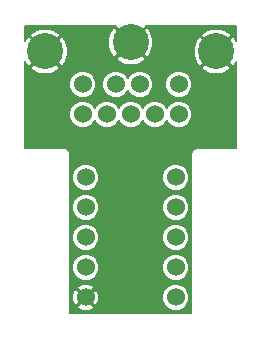
<source format=gbl>
%TF.GenerationSoftware,KiCad,Pcbnew,7.0.9*%
%TF.CreationDate,2024-04-07T08:45:40-04:00*%
%TF.ProjectId,MD-90SM-breakout,4d442d39-3053-44d2-9d62-7265616b6f75,0.1*%
%TF.SameCoordinates,PX85b991cPY53920b0*%
%TF.FileFunction,Copper,L2,Bot*%
%TF.FilePolarity,Positive*%
%FSLAX45Y45*%
G04 Gerber Fmt 4.5, Leading zero omitted, Abs format (unit mm)*
G04 Created by KiCad (PCBNEW 7.0.9) date 2024-04-07 08:45:40*
%MOMM*%
%LPD*%
G01*
G04 APERTURE LIST*
%TA.AperFunction,ComponentPad*%
%ADD10C,1.524000*%
%TD*%
%TA.AperFunction,ComponentPad*%
%ADD11C,3.048000*%
%TD*%
G04 APERTURE END LIST*
D10*
%TO.P,CON103,1,1*%
%TO.N,/+5V*%
X1333500Y-1337310D03*
%TO.P,CON103,2,2*%
%TO.N,/L+R*%
X1333500Y-1591310D03*
%TO.P,CON103,3,3*%
%TO.N,/SR*%
X1333500Y-1845310D03*
%TO.P,CON103,4,4*%
%TO.N,/SL*%
X1333500Y-2099310D03*
%TO.P,CON103,5,5*%
%TO.N,/S*%
X1333500Y-2353310D03*
%TD*%
%TO.P,CON102,1,1*%
%TO.N,/B*%
X571500Y-1337310D03*
%TO.P,CON102,2,2*%
%TO.N,/G*%
X571500Y-1591310D03*
%TO.P,CON102,3,3*%
%TO.N,/R*%
X571500Y-1845310D03*
%TO.P,CON102,4,4*%
%TO.N,/CV*%
X571500Y-2099310D03*
%TO.P,CON102,5,5*%
%TO.N,/GND*%
X571500Y-2353310D03*
%TD*%
%TO.P,CON101,1,B*%
%TO.N,/B*%
X825500Y-549910D03*
%TO.P,CON101,2,+5V*%
%TO.N,/+5V*%
X1028700Y-549910D03*
%TO.P,CON101,3,G*%
%TO.N,/G*%
X546100Y-549910D03*
%TO.P,CON101,4,CVBS*%
%TO.N,/CV*%
X749300Y-803910D03*
%TO.P,CON101,5,SYNC*%
%TO.N,/S*%
X952500Y-803910D03*
%TO.P,CON101,6,L+R*%
%TO.N,/L+R*%
X1358900Y-549910D03*
%TO.P,CON101,7,R*%
%TO.N,/R*%
X546100Y-803910D03*
%TO.P,CON101,8,SL*%
%TO.N,/SL*%
X1155700Y-803910D03*
%TO.P,CON101,9,SR*%
%TO.N,/SR*%
X1358900Y-803910D03*
D11*
%TO.P,CON101,10,GND*%
%TO.N,/GND*%
X228600Y-270510D03*
X952500Y-194310D03*
X1676400Y-270510D03*
%TD*%
%TA.AperFunction,Conductor*%
%TO.N,/GND*%
G36*
X832602Y-52906D02*
G01*
X833167Y-53424D01*
X883175Y-103432D01*
X875167Y-109479D01*
X861313Y-124676D01*
X812804Y-76167D01*
X812804Y-76167D01*
X800974Y-91000D01*
X800973Y-91002D01*
X787269Y-114738D01*
X787269Y-114738D01*
X777255Y-140254D01*
X777255Y-140254D01*
X771155Y-166976D01*
X771155Y-166977D01*
X769107Y-194310D01*
X769107Y-194310D01*
X771155Y-221643D01*
X771155Y-221643D01*
X777255Y-248366D01*
X777255Y-248366D01*
X787269Y-273882D01*
X787269Y-273882D01*
X800973Y-297618D01*
X800974Y-297620D01*
X812804Y-312453D01*
X861313Y-263944D01*
X875167Y-279141D01*
X883174Y-285188D01*
X834273Y-334089D01*
X838156Y-337692D01*
X838156Y-337692D01*
X860804Y-353133D01*
X885499Y-365025D01*
X911692Y-373105D01*
X938795Y-377190D01*
X938795Y-377190D01*
X966204Y-377190D01*
X966205Y-377190D01*
X993308Y-373105D01*
X1019501Y-365025D01*
X1044196Y-353133D01*
X1066843Y-337692D01*
X1066844Y-337692D01*
X1070727Y-334089D01*
X1070727Y-334089D01*
X1021825Y-285188D01*
X1029833Y-279141D01*
X1043687Y-263944D01*
X1092196Y-312453D01*
X1104026Y-297619D01*
X1117731Y-273881D01*
X1127745Y-248366D01*
X1127745Y-248366D01*
X1133844Y-221643D01*
X1133844Y-221643D01*
X1135893Y-194310D01*
X1135893Y-194310D01*
X1133844Y-166977D01*
X1133844Y-166976D01*
X1127745Y-140254D01*
X1127745Y-140254D01*
X1117731Y-114738D01*
X1117731Y-114738D01*
X1104027Y-91002D01*
X1104026Y-91001D01*
X1092196Y-76167D01*
X1043687Y-124676D01*
X1029833Y-109479D01*
X1021825Y-103432D01*
X1071833Y-53424D01*
X1077282Y-50883D01*
X1078048Y-50850D01*
X1845360Y-50850D01*
X1851010Y-52906D01*
X1854016Y-58114D01*
X1854150Y-59640D01*
X1854150Y-179817D01*
X1852093Y-185467D01*
X1846886Y-188474D01*
X1840965Y-187430D01*
X1837748Y-184212D01*
X1827927Y-167202D01*
X1827926Y-167201D01*
X1816096Y-152367D01*
X1767587Y-200876D01*
X1753733Y-185679D01*
X1745725Y-179632D01*
X1794626Y-130731D01*
X1794627Y-130731D01*
X1790743Y-127128D01*
X1768096Y-111687D01*
X1743401Y-99795D01*
X1717208Y-91715D01*
X1690105Y-87630D01*
X1662695Y-87630D01*
X1635592Y-91715D01*
X1609399Y-99795D01*
X1584704Y-111687D01*
X1562056Y-127128D01*
X1558173Y-130731D01*
X1607075Y-179632D01*
X1599067Y-185679D01*
X1585213Y-200876D01*
X1536704Y-152367D01*
X1536704Y-152367D01*
X1524874Y-167200D01*
X1524873Y-167202D01*
X1511169Y-190938D01*
X1511169Y-190938D01*
X1501155Y-216454D01*
X1501155Y-216454D01*
X1495055Y-243176D01*
X1495055Y-243176D01*
X1493007Y-270510D01*
X1493007Y-270510D01*
X1495055Y-297843D01*
X1495055Y-297844D01*
X1501155Y-324566D01*
X1501155Y-324566D01*
X1511169Y-350081D01*
X1511169Y-350082D01*
X1524873Y-373818D01*
X1524874Y-373820D01*
X1536704Y-388653D01*
X1585213Y-340144D01*
X1599067Y-355341D01*
X1607074Y-361388D01*
X1558173Y-410289D01*
X1562056Y-413892D01*
X1562056Y-413892D01*
X1584704Y-429333D01*
X1609399Y-441225D01*
X1635592Y-449305D01*
X1662695Y-453390D01*
X1662695Y-453390D01*
X1690104Y-453390D01*
X1690105Y-453390D01*
X1717208Y-449305D01*
X1743401Y-441225D01*
X1768096Y-429333D01*
X1790743Y-413892D01*
X1790744Y-413892D01*
X1794626Y-410289D01*
X1794626Y-410289D01*
X1745725Y-361388D01*
X1753733Y-355341D01*
X1767587Y-340144D01*
X1816096Y-388653D01*
X1827926Y-373819D01*
X1837748Y-356808D01*
X1842354Y-352943D01*
X1848366Y-352943D01*
X1852972Y-356808D01*
X1854150Y-361203D01*
X1854150Y-1087170D01*
X1852093Y-1092820D01*
X1846886Y-1095827D01*
X1845360Y-1095960D01*
X1516688Y-1095960D01*
X1513767Y-1096818D01*
X1512541Y-1097085D01*
X1509527Y-1097518D01*
X1509527Y-1097518D01*
X1506756Y-1098783D01*
X1505582Y-1099221D01*
X1502659Y-1100079D01*
X1502659Y-1100080D01*
X1500096Y-1101726D01*
X1498996Y-1102327D01*
X1496226Y-1103592D01*
X1496225Y-1103593D01*
X1493923Y-1105587D01*
X1492920Y-1106338D01*
X1490358Y-1107985D01*
X1490358Y-1107985D01*
X1488363Y-1110287D01*
X1487477Y-1111173D01*
X1485175Y-1113168D01*
X1485175Y-1113168D01*
X1483528Y-1115730D01*
X1482777Y-1116733D01*
X1480783Y-1119035D01*
X1480782Y-1119036D01*
X1479517Y-1121806D01*
X1478916Y-1122906D01*
X1477269Y-1125469D01*
X1477269Y-1125469D01*
X1476411Y-1128392D01*
X1475973Y-1129566D01*
X1474708Y-1132337D01*
X1474708Y-1132337D01*
X1474275Y-1135351D01*
X1474008Y-1136577D01*
X1473150Y-1139498D01*
X1473150Y-2484170D01*
X1471093Y-2489820D01*
X1465886Y-2492827D01*
X1464360Y-2492960D01*
X440640Y-2492960D01*
X434990Y-2490904D01*
X431983Y-2485696D01*
X431850Y-2484170D01*
X431850Y-2353310D01*
X464304Y-2353310D01*
X466364Y-2374224D01*
X472463Y-2394332D01*
X482370Y-2412865D01*
X485986Y-2417271D01*
X526307Y-2376951D01*
X532713Y-2386919D01*
X543753Y-2396485D01*
X547957Y-2398405D01*
X507538Y-2438824D01*
X511945Y-2442440D01*
X511944Y-2442440D01*
X530478Y-2452347D01*
X550586Y-2458446D01*
X571500Y-2460506D01*
X592414Y-2458446D01*
X612522Y-2452347D01*
X631055Y-2442440D01*
X635461Y-2438824D01*
X595043Y-2398405D01*
X599247Y-2396485D01*
X610287Y-2386919D01*
X616693Y-2376951D01*
X657014Y-2417271D01*
X660630Y-2412865D01*
X670537Y-2394332D01*
X676636Y-2374224D01*
X678696Y-2353310D01*
X1226254Y-2353310D01*
X1228314Y-2374233D01*
X1234417Y-2394351D01*
X1234417Y-2394351D01*
X1234417Y-2394351D01*
X1234417Y-2394351D01*
X1244328Y-2412893D01*
X1257665Y-2429145D01*
X1273917Y-2442482D01*
X1292459Y-2452393D01*
X1312577Y-2458496D01*
X1333500Y-2460556D01*
X1354423Y-2458496D01*
X1374541Y-2452393D01*
X1393083Y-2442482D01*
X1409335Y-2429145D01*
X1422672Y-2412893D01*
X1432583Y-2394351D01*
X1438686Y-2374233D01*
X1440746Y-2353310D01*
X1438686Y-2332387D01*
X1432583Y-2312269D01*
X1422672Y-2293727D01*
X1409335Y-2277475D01*
X1393083Y-2264138D01*
X1374541Y-2254227D01*
X1374541Y-2254227D01*
X1374541Y-2254227D01*
X1354423Y-2248124D01*
X1354423Y-2248124D01*
X1354423Y-2248124D01*
X1333500Y-2246064D01*
X1312577Y-2248124D01*
X1312577Y-2248124D01*
X1312577Y-2248124D01*
X1292459Y-2254227D01*
X1292459Y-2254227D01*
X1273917Y-2264138D01*
X1257666Y-2277475D01*
X1257665Y-2277476D01*
X1244328Y-2293727D01*
X1234417Y-2312269D01*
X1234417Y-2312269D01*
X1228314Y-2332387D01*
X1226254Y-2353310D01*
X678696Y-2353310D01*
X676636Y-2332396D01*
X670537Y-2312288D01*
X660630Y-2293755D01*
X657014Y-2289348D01*
X616693Y-2329669D01*
X610287Y-2319701D01*
X599247Y-2310135D01*
X595043Y-2308215D01*
X635461Y-2267796D01*
X631055Y-2264180D01*
X631055Y-2264180D01*
X612522Y-2254273D01*
X592414Y-2248174D01*
X571500Y-2246114D01*
X550586Y-2248174D01*
X530478Y-2254273D01*
X511945Y-2264180D01*
X507538Y-2267796D01*
X547957Y-2308215D01*
X543753Y-2310135D01*
X532713Y-2319701D01*
X526307Y-2329669D01*
X485986Y-2289349D01*
X482370Y-2293755D01*
X472463Y-2312288D01*
X466364Y-2332396D01*
X464304Y-2353310D01*
X431850Y-2353310D01*
X431850Y-2099310D01*
X464254Y-2099310D01*
X466314Y-2120233D01*
X472417Y-2140351D01*
X472417Y-2140351D01*
X472417Y-2140351D01*
X472417Y-2140351D01*
X482328Y-2158893D01*
X495665Y-2175145D01*
X511917Y-2188482D01*
X530459Y-2198393D01*
X550577Y-2204496D01*
X571500Y-2206556D01*
X592423Y-2204496D01*
X612541Y-2198393D01*
X631083Y-2188482D01*
X647335Y-2175145D01*
X660672Y-2158893D01*
X670583Y-2140351D01*
X676686Y-2120233D01*
X678746Y-2099310D01*
X1226254Y-2099310D01*
X1228314Y-2120233D01*
X1234417Y-2140351D01*
X1234417Y-2140351D01*
X1234417Y-2140351D01*
X1234417Y-2140351D01*
X1244328Y-2158893D01*
X1257665Y-2175145D01*
X1273917Y-2188482D01*
X1292459Y-2198393D01*
X1312577Y-2204496D01*
X1333500Y-2206556D01*
X1354423Y-2204496D01*
X1374541Y-2198393D01*
X1393083Y-2188482D01*
X1409335Y-2175145D01*
X1422672Y-2158893D01*
X1432583Y-2140351D01*
X1438686Y-2120233D01*
X1440746Y-2099310D01*
X1438686Y-2078387D01*
X1432583Y-2058269D01*
X1422672Y-2039727D01*
X1409335Y-2023475D01*
X1393083Y-2010138D01*
X1374541Y-2000227D01*
X1374541Y-2000227D01*
X1374541Y-2000227D01*
X1354423Y-1994124D01*
X1354423Y-1994124D01*
X1354423Y-1994124D01*
X1333500Y-1992064D01*
X1312577Y-1994124D01*
X1312577Y-1994124D01*
X1312577Y-1994124D01*
X1292459Y-2000227D01*
X1292459Y-2000227D01*
X1273917Y-2010138D01*
X1257666Y-2023475D01*
X1257665Y-2023475D01*
X1244328Y-2039727D01*
X1234417Y-2058269D01*
X1234417Y-2058269D01*
X1228314Y-2078387D01*
X1226254Y-2099310D01*
X678746Y-2099310D01*
X676686Y-2078387D01*
X670583Y-2058269D01*
X660672Y-2039727D01*
X647335Y-2023475D01*
X631083Y-2010138D01*
X612541Y-2000227D01*
X612541Y-2000227D01*
X612541Y-2000227D01*
X592423Y-1994124D01*
X592423Y-1994124D01*
X592423Y-1994124D01*
X571500Y-1992064D01*
X550577Y-1994124D01*
X550577Y-1994124D01*
X550577Y-1994124D01*
X530459Y-2000227D01*
X530459Y-2000227D01*
X511917Y-2010138D01*
X495665Y-2023475D01*
X495665Y-2023475D01*
X482328Y-2039727D01*
X472417Y-2058269D01*
X472417Y-2058269D01*
X466314Y-2078387D01*
X464254Y-2099310D01*
X431850Y-2099310D01*
X431850Y-1845310D01*
X464254Y-1845310D01*
X466314Y-1866233D01*
X472417Y-1886351D01*
X472417Y-1886351D01*
X472417Y-1886351D01*
X472417Y-1886351D01*
X482328Y-1904893D01*
X495665Y-1921145D01*
X511917Y-1934482D01*
X530459Y-1944393D01*
X550577Y-1950496D01*
X571500Y-1952556D01*
X592423Y-1950496D01*
X612541Y-1944393D01*
X631083Y-1934482D01*
X647335Y-1921145D01*
X660672Y-1904893D01*
X670583Y-1886351D01*
X676686Y-1866233D01*
X678746Y-1845310D01*
X1226254Y-1845310D01*
X1228314Y-1866233D01*
X1234417Y-1886351D01*
X1234417Y-1886351D01*
X1234417Y-1886351D01*
X1234417Y-1886351D01*
X1244328Y-1904893D01*
X1257665Y-1921145D01*
X1273917Y-1934482D01*
X1292459Y-1944393D01*
X1312577Y-1950496D01*
X1333500Y-1952556D01*
X1354423Y-1950496D01*
X1374541Y-1944393D01*
X1393083Y-1934482D01*
X1409335Y-1921145D01*
X1422672Y-1904893D01*
X1432583Y-1886351D01*
X1438686Y-1866233D01*
X1440746Y-1845310D01*
X1438686Y-1824387D01*
X1432583Y-1804269D01*
X1422672Y-1785727D01*
X1409335Y-1769475D01*
X1393083Y-1756138D01*
X1374541Y-1746227D01*
X1374541Y-1746227D01*
X1374541Y-1746227D01*
X1354423Y-1740124D01*
X1354423Y-1740124D01*
X1354423Y-1740124D01*
X1333500Y-1738064D01*
X1312577Y-1740124D01*
X1312577Y-1740124D01*
X1312577Y-1740124D01*
X1292459Y-1746227D01*
X1292459Y-1746227D01*
X1273917Y-1756138D01*
X1257666Y-1769475D01*
X1257665Y-1769475D01*
X1244328Y-1785727D01*
X1234417Y-1804269D01*
X1234417Y-1804269D01*
X1228314Y-1824387D01*
X1226254Y-1845310D01*
X678746Y-1845310D01*
X676686Y-1824387D01*
X670583Y-1804269D01*
X660672Y-1785727D01*
X647335Y-1769475D01*
X631083Y-1756138D01*
X612541Y-1746227D01*
X612541Y-1746227D01*
X612541Y-1746227D01*
X592423Y-1740124D01*
X592423Y-1740124D01*
X592423Y-1740124D01*
X571500Y-1738064D01*
X550577Y-1740124D01*
X550577Y-1740124D01*
X550577Y-1740124D01*
X530459Y-1746227D01*
X530459Y-1746227D01*
X511917Y-1756138D01*
X495665Y-1769475D01*
X495665Y-1769475D01*
X482328Y-1785727D01*
X472417Y-1804269D01*
X472417Y-1804269D01*
X466314Y-1824387D01*
X464254Y-1845310D01*
X431850Y-1845310D01*
X431850Y-1591310D01*
X464254Y-1591310D01*
X466314Y-1612233D01*
X472417Y-1632351D01*
X472417Y-1632351D01*
X472417Y-1632351D01*
X472417Y-1632351D01*
X482328Y-1650893D01*
X495665Y-1667145D01*
X511917Y-1680482D01*
X530459Y-1690393D01*
X550577Y-1696496D01*
X571500Y-1698556D01*
X592423Y-1696496D01*
X612541Y-1690393D01*
X631083Y-1680482D01*
X647335Y-1667145D01*
X660672Y-1650893D01*
X670583Y-1632351D01*
X676686Y-1612233D01*
X678746Y-1591310D01*
X1226254Y-1591310D01*
X1228314Y-1612233D01*
X1234417Y-1632351D01*
X1234417Y-1632351D01*
X1234417Y-1632351D01*
X1234417Y-1632351D01*
X1244328Y-1650893D01*
X1257665Y-1667145D01*
X1273917Y-1680482D01*
X1292459Y-1690393D01*
X1312577Y-1696496D01*
X1333500Y-1698556D01*
X1354423Y-1696496D01*
X1374541Y-1690393D01*
X1393083Y-1680482D01*
X1409335Y-1667145D01*
X1422672Y-1650893D01*
X1432583Y-1632351D01*
X1438686Y-1612233D01*
X1440746Y-1591310D01*
X1438686Y-1570387D01*
X1432583Y-1550269D01*
X1422672Y-1531727D01*
X1409335Y-1515475D01*
X1393083Y-1502138D01*
X1374541Y-1492227D01*
X1374541Y-1492227D01*
X1374541Y-1492227D01*
X1354423Y-1486124D01*
X1354423Y-1486124D01*
X1354423Y-1486124D01*
X1333500Y-1484064D01*
X1312577Y-1486124D01*
X1312577Y-1486124D01*
X1312577Y-1486124D01*
X1292459Y-1492227D01*
X1292459Y-1492227D01*
X1273917Y-1502138D01*
X1257666Y-1515475D01*
X1257665Y-1515475D01*
X1244328Y-1531727D01*
X1234417Y-1550269D01*
X1234417Y-1550269D01*
X1228314Y-1570387D01*
X1226254Y-1591310D01*
X678746Y-1591310D01*
X676686Y-1570387D01*
X670583Y-1550269D01*
X660672Y-1531727D01*
X647335Y-1515475D01*
X631083Y-1502138D01*
X612541Y-1492227D01*
X612541Y-1492227D01*
X612541Y-1492227D01*
X592423Y-1486124D01*
X592423Y-1486124D01*
X592423Y-1486124D01*
X571500Y-1484064D01*
X550577Y-1486124D01*
X550577Y-1486124D01*
X550577Y-1486124D01*
X530459Y-1492227D01*
X530459Y-1492227D01*
X511917Y-1502138D01*
X495665Y-1515475D01*
X495665Y-1515475D01*
X482328Y-1531727D01*
X472417Y-1550269D01*
X472417Y-1550269D01*
X466314Y-1570387D01*
X464254Y-1591310D01*
X431850Y-1591310D01*
X431850Y-1337310D01*
X464254Y-1337310D01*
X466314Y-1358233D01*
X472417Y-1378351D01*
X472417Y-1378351D01*
X472417Y-1378351D01*
X472417Y-1378351D01*
X482328Y-1396893D01*
X495665Y-1413145D01*
X511917Y-1426482D01*
X530459Y-1436393D01*
X550577Y-1442496D01*
X571500Y-1444556D01*
X592423Y-1442496D01*
X612541Y-1436393D01*
X631083Y-1426482D01*
X647335Y-1413145D01*
X660672Y-1396893D01*
X670583Y-1378351D01*
X676686Y-1358233D01*
X678746Y-1337310D01*
X1226254Y-1337310D01*
X1228314Y-1358233D01*
X1234417Y-1378351D01*
X1234417Y-1378351D01*
X1234417Y-1378351D01*
X1234417Y-1378351D01*
X1244328Y-1396893D01*
X1257665Y-1413145D01*
X1273917Y-1426482D01*
X1292459Y-1436393D01*
X1312577Y-1442496D01*
X1333500Y-1444556D01*
X1354423Y-1442496D01*
X1374541Y-1436393D01*
X1393083Y-1426482D01*
X1409335Y-1413145D01*
X1422672Y-1396893D01*
X1432583Y-1378351D01*
X1438686Y-1358233D01*
X1440746Y-1337310D01*
X1438686Y-1316387D01*
X1432583Y-1296269D01*
X1422672Y-1277727D01*
X1409335Y-1261475D01*
X1393083Y-1248138D01*
X1374541Y-1238227D01*
X1374541Y-1238227D01*
X1374541Y-1238227D01*
X1354423Y-1232124D01*
X1354423Y-1232124D01*
X1354423Y-1232124D01*
X1333500Y-1230064D01*
X1312577Y-1232124D01*
X1312577Y-1232124D01*
X1312577Y-1232124D01*
X1292459Y-1238227D01*
X1292459Y-1238227D01*
X1273917Y-1248138D01*
X1257666Y-1261475D01*
X1257665Y-1261476D01*
X1244328Y-1277727D01*
X1234417Y-1296269D01*
X1234417Y-1296269D01*
X1228314Y-1316387D01*
X1226254Y-1337310D01*
X678746Y-1337310D01*
X676686Y-1316387D01*
X670583Y-1296269D01*
X660672Y-1277727D01*
X647335Y-1261475D01*
X631083Y-1248138D01*
X612541Y-1238227D01*
X612541Y-1238227D01*
X612541Y-1238227D01*
X592423Y-1232124D01*
X592423Y-1232124D01*
X592423Y-1232124D01*
X571500Y-1230064D01*
X550577Y-1232124D01*
X550577Y-1232124D01*
X550577Y-1232124D01*
X530459Y-1238227D01*
X530459Y-1238227D01*
X511917Y-1248138D01*
X495665Y-1261475D01*
X495665Y-1261476D01*
X482328Y-1277727D01*
X472417Y-1296269D01*
X472417Y-1296269D01*
X466314Y-1316387D01*
X464254Y-1337310D01*
X431850Y-1337310D01*
X431850Y-1139499D01*
X431850Y-1139499D01*
X430992Y-1136576D01*
X430725Y-1135352D01*
X430292Y-1132337D01*
X429026Y-1129566D01*
X428589Y-1128392D01*
X427730Y-1125469D01*
X426693Y-1123854D01*
X426084Y-1122906D01*
X425483Y-1121806D01*
X424218Y-1119036D01*
X424218Y-1119036D01*
X424218Y-1119036D01*
X422223Y-1116733D01*
X421471Y-1115730D01*
X419825Y-1113168D01*
X419825Y-1113168D01*
X417523Y-1111173D01*
X416637Y-1110287D01*
X414642Y-1107985D01*
X412079Y-1106338D01*
X411076Y-1105587D01*
X408774Y-1103592D01*
X408774Y-1103592D01*
X408774Y-1103592D01*
X407307Y-1102922D01*
X406003Y-1102327D01*
X404903Y-1101726D01*
X402341Y-1100080D01*
X402341Y-1100080D01*
X402341Y-1100079D01*
X399418Y-1099221D01*
X398243Y-1098783D01*
X395473Y-1097518D01*
X395473Y-1097518D01*
X395473Y-1097518D01*
X392459Y-1097085D01*
X391233Y-1096818D01*
X388311Y-1095960D01*
X388311Y-1095960D01*
X384637Y-1095960D01*
X59640Y-1095960D01*
X53990Y-1093904D01*
X50983Y-1088696D01*
X50850Y-1087170D01*
X50850Y-803910D01*
X438854Y-803910D01*
X440914Y-824833D01*
X447017Y-844951D01*
X447017Y-844951D01*
X447017Y-844951D01*
X447017Y-844951D01*
X456928Y-863493D01*
X470265Y-879745D01*
X486517Y-893082D01*
X505059Y-902993D01*
X525177Y-909096D01*
X546100Y-911156D01*
X567023Y-909096D01*
X587141Y-902993D01*
X605683Y-893082D01*
X621935Y-879745D01*
X635272Y-863493D01*
X639948Y-854745D01*
X644425Y-850731D01*
X650435Y-850535D01*
X655165Y-854247D01*
X655451Y-854743D01*
X660128Y-863493D01*
X673465Y-879745D01*
X689717Y-893082D01*
X708259Y-902993D01*
X728377Y-909096D01*
X749300Y-911156D01*
X770223Y-909096D01*
X790341Y-902993D01*
X808883Y-893082D01*
X825135Y-879745D01*
X838472Y-863493D01*
X843148Y-854745D01*
X847625Y-850731D01*
X853634Y-850535D01*
X858364Y-854247D01*
X858651Y-854743D01*
X863328Y-863493D01*
X876665Y-879745D01*
X892917Y-893082D01*
X911459Y-902993D01*
X931577Y-909096D01*
X952500Y-911156D01*
X973423Y-909096D01*
X993541Y-902993D01*
X1012083Y-893082D01*
X1028335Y-879745D01*
X1041672Y-863493D01*
X1046348Y-854745D01*
X1050825Y-850731D01*
X1056835Y-850535D01*
X1061565Y-854247D01*
X1061851Y-854743D01*
X1066528Y-863493D01*
X1079865Y-879745D01*
X1096117Y-893082D01*
X1114659Y-902993D01*
X1134777Y-909096D01*
X1155700Y-911156D01*
X1176623Y-909096D01*
X1196741Y-902993D01*
X1215283Y-893082D01*
X1231535Y-879745D01*
X1244872Y-863493D01*
X1249548Y-854745D01*
X1254025Y-850731D01*
X1260035Y-850535D01*
X1264765Y-854247D01*
X1265051Y-854743D01*
X1269728Y-863493D01*
X1283065Y-879745D01*
X1299317Y-893082D01*
X1317859Y-902993D01*
X1337977Y-909096D01*
X1358900Y-911156D01*
X1379823Y-909096D01*
X1399941Y-902993D01*
X1418483Y-893082D01*
X1434735Y-879745D01*
X1448072Y-863493D01*
X1457983Y-844951D01*
X1464086Y-824833D01*
X1466146Y-803910D01*
X1464086Y-782987D01*
X1457983Y-762869D01*
X1448072Y-744327D01*
X1434735Y-728075D01*
X1418483Y-714738D01*
X1399941Y-704827D01*
X1399941Y-704827D01*
X1399941Y-704827D01*
X1379823Y-698724D01*
X1379823Y-698724D01*
X1379823Y-698724D01*
X1358900Y-696664D01*
X1337977Y-698724D01*
X1337977Y-698724D01*
X1337977Y-698724D01*
X1317859Y-704827D01*
X1317859Y-704827D01*
X1299317Y-714738D01*
X1283066Y-728075D01*
X1283065Y-728075D01*
X1269728Y-744327D01*
X1265052Y-753075D01*
X1260575Y-757088D01*
X1254566Y-757285D01*
X1249836Y-753573D01*
X1249548Y-753075D01*
X1244872Y-744327D01*
X1231535Y-728075D01*
X1215283Y-714738D01*
X1196741Y-704827D01*
X1196741Y-704827D01*
X1196741Y-704827D01*
X1176623Y-698724D01*
X1176623Y-698724D01*
X1176623Y-698724D01*
X1155700Y-696664D01*
X1134777Y-698724D01*
X1134777Y-698724D01*
X1134777Y-698724D01*
X1114659Y-704827D01*
X1114659Y-704827D01*
X1096117Y-714738D01*
X1079866Y-728075D01*
X1079865Y-728075D01*
X1066528Y-744327D01*
X1061852Y-753075D01*
X1057375Y-757088D01*
X1051366Y-757285D01*
X1046635Y-753573D01*
X1046348Y-753075D01*
X1041672Y-744327D01*
X1028335Y-728075D01*
X1012083Y-714738D01*
X993541Y-704827D01*
X993541Y-704827D01*
X993541Y-704827D01*
X973423Y-698724D01*
X973423Y-698724D01*
X973423Y-698724D01*
X952500Y-696664D01*
X931577Y-698724D01*
X931577Y-698724D01*
X931577Y-698724D01*
X911459Y-704827D01*
X911459Y-704827D01*
X892917Y-714738D01*
X876665Y-728075D01*
X876665Y-728075D01*
X863328Y-744327D01*
X858652Y-753075D01*
X854175Y-757088D01*
X848165Y-757285D01*
X843435Y-753573D01*
X843148Y-753075D01*
X838472Y-744327D01*
X825135Y-728075D01*
X808883Y-714738D01*
X790341Y-704827D01*
X790341Y-704827D01*
X790341Y-704827D01*
X770223Y-698724D01*
X770223Y-698724D01*
X770223Y-698724D01*
X749300Y-696664D01*
X728377Y-698724D01*
X728377Y-698724D01*
X728377Y-698724D01*
X708259Y-704827D01*
X708259Y-704827D01*
X689717Y-714738D01*
X673466Y-728075D01*
X673465Y-728075D01*
X660128Y-744327D01*
X655452Y-753075D01*
X650975Y-757088D01*
X644966Y-757285D01*
X640236Y-753573D01*
X639948Y-753075D01*
X635272Y-744327D01*
X621935Y-728075D01*
X605683Y-714738D01*
X587141Y-704827D01*
X587141Y-704827D01*
X587141Y-704827D01*
X567023Y-698724D01*
X567023Y-698724D01*
X567023Y-698724D01*
X546100Y-696664D01*
X525177Y-698724D01*
X525177Y-698724D01*
X525177Y-698724D01*
X505059Y-704827D01*
X505059Y-704827D01*
X486517Y-714738D01*
X470265Y-728075D01*
X470265Y-728075D01*
X456928Y-744327D01*
X447017Y-762869D01*
X447017Y-762869D01*
X440914Y-782987D01*
X438854Y-803910D01*
X50850Y-803910D01*
X50850Y-549910D01*
X438854Y-549910D01*
X440914Y-570833D01*
X447017Y-590951D01*
X447017Y-590951D01*
X447017Y-590951D01*
X447017Y-590951D01*
X456928Y-609493D01*
X470265Y-625745D01*
X486517Y-639082D01*
X505059Y-648993D01*
X525177Y-655096D01*
X546100Y-657156D01*
X567023Y-655096D01*
X587141Y-648993D01*
X605683Y-639082D01*
X621935Y-625745D01*
X635272Y-609493D01*
X645183Y-590951D01*
X651286Y-570833D01*
X653346Y-549910D01*
X718254Y-549910D01*
X720314Y-570833D01*
X726417Y-590951D01*
X726417Y-590951D01*
X726417Y-590951D01*
X726417Y-590951D01*
X736328Y-609493D01*
X749665Y-625745D01*
X765917Y-639082D01*
X784459Y-648993D01*
X804577Y-655096D01*
X825500Y-657156D01*
X846423Y-655096D01*
X866541Y-648993D01*
X885083Y-639082D01*
X901335Y-625745D01*
X914672Y-609493D01*
X919348Y-600745D01*
X923825Y-596732D01*
X929834Y-596535D01*
X934564Y-600247D01*
X934851Y-600743D01*
X939528Y-609493D01*
X952865Y-625745D01*
X969117Y-639082D01*
X987659Y-648993D01*
X1007777Y-655096D01*
X1028700Y-657156D01*
X1049623Y-655096D01*
X1069741Y-648993D01*
X1088283Y-639082D01*
X1104535Y-625745D01*
X1117872Y-609493D01*
X1127783Y-590951D01*
X1133886Y-570833D01*
X1135946Y-549910D01*
X1251654Y-549910D01*
X1253714Y-570833D01*
X1259817Y-590951D01*
X1259817Y-590951D01*
X1259817Y-590951D01*
X1259817Y-590951D01*
X1269728Y-609493D01*
X1283065Y-625745D01*
X1299317Y-639082D01*
X1317859Y-648993D01*
X1337977Y-655096D01*
X1358900Y-657156D01*
X1379823Y-655096D01*
X1399941Y-648993D01*
X1418483Y-639082D01*
X1434735Y-625745D01*
X1448072Y-609493D01*
X1457983Y-590951D01*
X1464086Y-570833D01*
X1466146Y-549910D01*
X1464086Y-528987D01*
X1457983Y-508869D01*
X1448072Y-490327D01*
X1434735Y-474075D01*
X1418483Y-460738D01*
X1399941Y-450827D01*
X1399941Y-450827D01*
X1399941Y-450827D01*
X1379823Y-444724D01*
X1379823Y-444724D01*
X1379823Y-444724D01*
X1358900Y-442664D01*
X1337977Y-444724D01*
X1337977Y-444724D01*
X1337977Y-444724D01*
X1317859Y-450827D01*
X1317859Y-450827D01*
X1299317Y-460738D01*
X1283066Y-474075D01*
X1283065Y-474075D01*
X1269728Y-490327D01*
X1259817Y-508869D01*
X1259817Y-508869D01*
X1253714Y-528987D01*
X1251654Y-549910D01*
X1135946Y-549910D01*
X1133886Y-528987D01*
X1127783Y-508869D01*
X1117872Y-490327D01*
X1104535Y-474075D01*
X1088283Y-460738D01*
X1069741Y-450827D01*
X1069741Y-450827D01*
X1069741Y-450827D01*
X1049623Y-444724D01*
X1049623Y-444724D01*
X1049623Y-444724D01*
X1028700Y-442664D01*
X1007777Y-444724D01*
X1007777Y-444724D01*
X1007777Y-444724D01*
X987659Y-450827D01*
X987659Y-450827D01*
X969117Y-460738D01*
X952865Y-474075D01*
X952865Y-474075D01*
X939528Y-490327D01*
X934852Y-499075D01*
X930375Y-503088D01*
X924365Y-503285D01*
X919635Y-499573D01*
X919348Y-499075D01*
X914672Y-490327D01*
X901335Y-474075D01*
X885083Y-460738D01*
X866541Y-450827D01*
X866541Y-450827D01*
X866541Y-450827D01*
X846423Y-444724D01*
X846423Y-444724D01*
X846423Y-444724D01*
X825500Y-442664D01*
X804577Y-444724D01*
X804577Y-444724D01*
X804577Y-444724D01*
X784459Y-450827D01*
X784459Y-450827D01*
X765917Y-460738D01*
X749665Y-474075D01*
X749665Y-474075D01*
X736328Y-490327D01*
X726417Y-508869D01*
X726417Y-508869D01*
X720314Y-528987D01*
X718254Y-549910D01*
X653346Y-549910D01*
X651286Y-528987D01*
X645183Y-508869D01*
X635272Y-490327D01*
X621935Y-474075D01*
X605683Y-460738D01*
X587141Y-450827D01*
X587141Y-450827D01*
X587141Y-450827D01*
X567023Y-444724D01*
X567023Y-444724D01*
X567023Y-444724D01*
X546100Y-442664D01*
X525177Y-444724D01*
X525177Y-444724D01*
X525177Y-444724D01*
X505059Y-450827D01*
X505059Y-450827D01*
X486517Y-460738D01*
X470265Y-474075D01*
X470265Y-474075D01*
X456928Y-490327D01*
X447017Y-508869D01*
X447017Y-508869D01*
X440914Y-528987D01*
X438854Y-549910D01*
X50850Y-549910D01*
X50850Y-361203D01*
X52906Y-355552D01*
X58114Y-352546D01*
X64035Y-353590D01*
X67252Y-356808D01*
X77074Y-373819D01*
X77075Y-373820D01*
X88904Y-388653D01*
X137413Y-340144D01*
X151267Y-355341D01*
X159275Y-361388D01*
X110373Y-410289D01*
X114256Y-413892D01*
X114256Y-413892D01*
X136904Y-429333D01*
X161599Y-441225D01*
X187792Y-449305D01*
X214895Y-453390D01*
X214895Y-453390D01*
X242304Y-453390D01*
X242305Y-453390D01*
X269408Y-449305D01*
X295601Y-441225D01*
X320296Y-429333D01*
X342943Y-413892D01*
X342944Y-413892D01*
X346827Y-410289D01*
X346827Y-410289D01*
X297925Y-361388D01*
X305933Y-355341D01*
X319787Y-340144D01*
X368296Y-388653D01*
X380126Y-373819D01*
X393831Y-350081D01*
X403845Y-324566D01*
X403845Y-324566D01*
X409944Y-297844D01*
X409944Y-297843D01*
X411993Y-270510D01*
X411993Y-270510D01*
X409944Y-243176D01*
X409944Y-243176D01*
X403845Y-216454D01*
X403845Y-216454D01*
X393831Y-190938D01*
X393831Y-190938D01*
X380127Y-167202D01*
X380126Y-167201D01*
X368296Y-152367D01*
X319787Y-200876D01*
X305933Y-185679D01*
X297925Y-179632D01*
X346827Y-130731D01*
X346827Y-130731D01*
X342943Y-127128D01*
X320296Y-111687D01*
X295601Y-99795D01*
X269408Y-91715D01*
X242305Y-87630D01*
X214895Y-87630D01*
X187792Y-91715D01*
X161599Y-99795D01*
X136904Y-111687D01*
X114256Y-127128D01*
X110373Y-130731D01*
X159275Y-179632D01*
X151267Y-185679D01*
X137413Y-200876D01*
X88904Y-152367D01*
X88904Y-152367D01*
X77075Y-167200D01*
X77073Y-167202D01*
X67252Y-184212D01*
X62646Y-188077D01*
X56634Y-188077D01*
X52028Y-184212D01*
X50850Y-179817D01*
X50850Y-59640D01*
X52906Y-53990D01*
X58114Y-50983D01*
X59640Y-50850D01*
X826952Y-50850D01*
X832602Y-52906D01*
G37*
%TD.AperFunction*%
%TD*%
M02*

</source>
